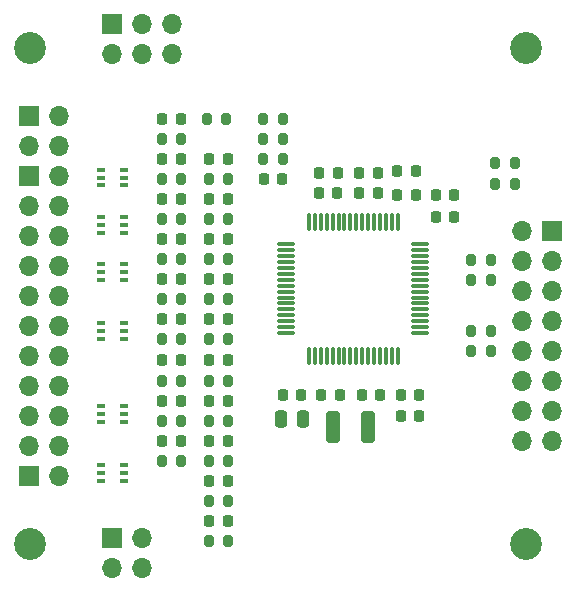
<source format=gbr>
%TF.GenerationSoftware,KiCad,Pcbnew,(6.0.0)*%
%TF.CreationDate,2022-01-16T13:19:40+00:00*%
%TF.ProjectId,OpenBCI_ESP32_INPUT,4f70656e-4243-4495-9f45-535033325f49,rev?*%
%TF.SameCoordinates,Original*%
%TF.FileFunction,Soldermask,Top*%
%TF.FilePolarity,Negative*%
%FSLAX46Y46*%
G04 Gerber Fmt 4.6, Leading zero omitted, Abs format (unit mm)*
G04 Created by KiCad (PCBNEW (6.0.0)) date 2022-01-16 13:19:40*
%MOMM*%
%LPD*%
G01*
G04 APERTURE LIST*
G04 Aperture macros list*
%AMRoundRect*
0 Rectangle with rounded corners*
0 $1 Rounding radius*
0 $2 $3 $4 $5 $6 $7 $8 $9 X,Y pos of 4 corners*
0 Add a 4 corners polygon primitive as box body*
4,1,4,$2,$3,$4,$5,$6,$7,$8,$9,$2,$3,0*
0 Add four circle primitives for the rounded corners*
1,1,$1+$1,$2,$3*
1,1,$1+$1,$4,$5*
1,1,$1+$1,$6,$7*
1,1,$1+$1,$8,$9*
0 Add four rect primitives between the rounded corners*
20,1,$1+$1,$2,$3,$4,$5,0*
20,1,$1+$1,$4,$5,$6,$7,0*
20,1,$1+$1,$6,$7,$8,$9,0*
20,1,$1+$1,$8,$9,$2,$3,0*%
G04 Aperture macros list end*
%ADD10RoundRect,0.225000X0.225000X0.250000X-0.225000X0.250000X-0.225000X-0.250000X0.225000X-0.250000X0*%
%ADD11RoundRect,0.250000X-0.325000X-1.100000X0.325000X-1.100000X0.325000X1.100000X-0.325000X1.100000X0*%
%ADD12RoundRect,0.225000X-0.225000X-0.250000X0.225000X-0.250000X0.225000X0.250000X-0.225000X0.250000X0*%
%ADD13RoundRect,0.250000X-0.250000X-0.475000X0.250000X-0.475000X0.250000X0.475000X-0.250000X0.475000X0*%
%ADD14R,1.700000X1.700000*%
%ADD15O,1.700000X1.700000*%
%ADD16RoundRect,0.200000X0.200000X0.275000X-0.200000X0.275000X-0.200000X-0.275000X0.200000X-0.275000X0*%
%ADD17R,0.650000X0.400000*%
%ADD18RoundRect,0.075000X-0.662500X-0.075000X0.662500X-0.075000X0.662500X0.075000X-0.662500X0.075000X0*%
%ADD19RoundRect,0.075000X-0.075000X-0.662500X0.075000X-0.662500X0.075000X0.662500X-0.075000X0.662500X0*%
%ADD20C,2.700000*%
%ADD21RoundRect,0.200000X-0.200000X-0.275000X0.200000X-0.275000X0.200000X0.275000X-0.200000X0.275000X0*%
G04 APERTURE END LIST*
D10*
%TO.C,C1*%
X120775000Y-87300000D03*
X119225000Y-87300000D03*
%TD*%
%TO.C,C2*%
X120775000Y-83900000D03*
X119225000Y-83900000D03*
%TD*%
%TO.C,C3*%
X120775000Y-80400000D03*
X119225000Y-80400000D03*
%TD*%
%TO.C,C4*%
X120775000Y-77000000D03*
X119225000Y-77000000D03*
%TD*%
%TO.C,C5*%
X120775000Y-73600000D03*
X119225000Y-73600000D03*
%TD*%
%TO.C,C6*%
X120775000Y-70200000D03*
X119225000Y-70200000D03*
%TD*%
%TO.C,C7*%
X120775000Y-66800000D03*
X119225000Y-66800000D03*
%TD*%
%TO.C,C8*%
X120775000Y-63400000D03*
X119225000Y-63400000D03*
%TD*%
%TO.C,C9*%
X116775000Y-87300000D03*
X115225000Y-87300000D03*
%TD*%
%TO.C,C10*%
X116775000Y-83900000D03*
X115225000Y-83900000D03*
%TD*%
%TO.C,C11*%
X116775000Y-80400000D03*
X115225000Y-80400000D03*
%TD*%
%TO.C,C12*%
X116775000Y-77000000D03*
X115225000Y-77000000D03*
%TD*%
%TO.C,C13*%
X116775000Y-73600000D03*
X115225000Y-73600000D03*
%TD*%
%TO.C,C14*%
X116775000Y-70200000D03*
X115225000Y-70200000D03*
%TD*%
%TO.C,C15*%
X116775000Y-66800000D03*
X115225000Y-66800000D03*
%TD*%
%TO.C,C16*%
X116775000Y-63400000D03*
X115225000Y-63400000D03*
%TD*%
D11*
%TO.C,C17*%
X129725000Y-86100000D03*
X132675000Y-86100000D03*
%TD*%
D12*
%TO.C,C18*%
X132125000Y-83400000D03*
X133675000Y-83400000D03*
%TD*%
%TO.C,C19*%
X131925000Y-64600000D03*
X133475000Y-64600000D03*
%TD*%
%TO.C,C20*%
X131925000Y-66300000D03*
X133475000Y-66300000D03*
%TD*%
D10*
%TO.C,C21*%
X130250000Y-83400000D03*
X128700000Y-83400000D03*
%TD*%
D13*
%TO.C,C22*%
X125250000Y-85400000D03*
X127150000Y-85400000D03*
%TD*%
D12*
%TO.C,C23*%
X125425000Y-83400000D03*
X126975000Y-83400000D03*
%TD*%
D10*
%TO.C,C24*%
X125405000Y-65100000D03*
X123855000Y-65100000D03*
%TD*%
D12*
%TO.C,C25*%
X138395000Y-68300000D03*
X139945000Y-68300000D03*
%TD*%
%TO.C,C26*%
X138400000Y-66500000D03*
X139950000Y-66500000D03*
%TD*%
%TO.C,C27*%
X135125000Y-66500000D03*
X136675000Y-66500000D03*
%TD*%
%TO.C,C28*%
X135125000Y-64400000D03*
X136675000Y-64400000D03*
%TD*%
D10*
%TO.C,C29*%
X137000000Y-83400000D03*
X135450000Y-83400000D03*
%TD*%
%TO.C,C30*%
X136975000Y-85200000D03*
X135425000Y-85200000D03*
%TD*%
D12*
%TO.C,C31*%
X128500000Y-66300000D03*
X130050000Y-66300000D03*
%TD*%
%TO.C,C32*%
X128525000Y-64600000D03*
X130075000Y-64600000D03*
%TD*%
D14*
%TO.C,J1*%
X103970000Y-59750000D03*
D15*
X106510000Y-59750000D03*
X103970000Y-62290000D03*
X106510000Y-62290000D03*
D14*
X103970000Y-64830000D03*
D15*
X106510000Y-64830000D03*
X103970000Y-67370000D03*
X106510000Y-67370000D03*
X103970000Y-69910000D03*
X106510000Y-69910000D03*
X103970000Y-72450000D03*
X106510000Y-72450000D03*
X103970000Y-74990000D03*
X106510000Y-74990000D03*
X103970000Y-77530000D03*
X106510000Y-77530000D03*
X103970000Y-80070000D03*
X106510000Y-80070000D03*
X103970000Y-82610000D03*
X106510000Y-82610000D03*
X103970000Y-85150000D03*
X106510000Y-85150000D03*
X103970000Y-87690000D03*
X106510000Y-87690000D03*
D14*
X103970000Y-90230000D03*
D15*
X106510000Y-90230000D03*
%TD*%
D16*
%TO.C,R1*%
X120825000Y-89000000D03*
X119175000Y-89000000D03*
%TD*%
%TO.C,R2*%
X120825000Y-85600000D03*
X119175000Y-85600000D03*
%TD*%
%TO.C,R3*%
X120825000Y-82200000D03*
X119175000Y-82200000D03*
%TD*%
%TO.C,R4*%
X120825000Y-78700000D03*
X119175000Y-78700000D03*
%TD*%
%TO.C,R5*%
X120825000Y-75300000D03*
X119175000Y-75300000D03*
%TD*%
%TO.C,R6*%
X120825000Y-71900000D03*
X119175000Y-71900000D03*
%TD*%
%TO.C,R7*%
X120825000Y-68500000D03*
X119175000Y-68500000D03*
%TD*%
%TO.C,R8*%
X120825000Y-65100000D03*
X119175000Y-65100000D03*
%TD*%
%TO.C,R9*%
X116825000Y-89000000D03*
X115175000Y-89000000D03*
%TD*%
%TO.C,R10*%
X116825000Y-85600000D03*
X115175000Y-85600000D03*
%TD*%
%TO.C,R11*%
X116825000Y-82200000D03*
X115175000Y-82200000D03*
%TD*%
%TO.C,R12*%
X116825000Y-78700000D03*
X115175000Y-78700000D03*
%TD*%
%TO.C,R13*%
X116825000Y-75300000D03*
X115175000Y-75300000D03*
%TD*%
%TO.C,R14*%
X116825000Y-71900000D03*
X115175000Y-71900000D03*
%TD*%
%TO.C,R15*%
X116825000Y-68500000D03*
X115175000Y-68500000D03*
%TD*%
%TO.C,R16*%
X116825000Y-65100000D03*
X115175000Y-65100000D03*
%TD*%
%TO.C,R17*%
X125425000Y-63400000D03*
X123775000Y-63400000D03*
%TD*%
D17*
%TO.C,U1*%
X110050000Y-89350000D03*
X110050000Y-90000000D03*
X110050000Y-90650000D03*
X111950000Y-90650000D03*
X111950000Y-90000000D03*
X111950000Y-89350000D03*
%TD*%
%TO.C,U2*%
X110050000Y-84350000D03*
X110050000Y-85000000D03*
X110050000Y-85650000D03*
X111950000Y-85650000D03*
X111950000Y-85000000D03*
X111950000Y-84350000D03*
%TD*%
%TO.C,U3*%
X110050000Y-77350000D03*
X110050000Y-78000000D03*
X110050000Y-78650000D03*
X111950000Y-78650000D03*
X111950000Y-78000000D03*
X111950000Y-77350000D03*
%TD*%
%TO.C,U4*%
X110050000Y-72350000D03*
X110050000Y-73000000D03*
X110050000Y-73650000D03*
X111950000Y-73650000D03*
X111950000Y-73000000D03*
X111950000Y-72350000D03*
%TD*%
%TO.C,U5*%
X110050000Y-68350000D03*
X110050000Y-69000000D03*
X110050000Y-69650000D03*
X111950000Y-69650000D03*
X111950000Y-69000000D03*
X111950000Y-68350000D03*
%TD*%
%TO.C,U6*%
X110050000Y-64350000D03*
X110050000Y-65000000D03*
X110050000Y-65650000D03*
X111950000Y-65650000D03*
X111950000Y-65000000D03*
X111950000Y-64350000D03*
%TD*%
D18*
%TO.C,U7*%
X125737500Y-70650000D03*
X125737500Y-71150000D03*
X125737500Y-71650000D03*
X125737500Y-72150000D03*
X125737500Y-72650000D03*
X125737500Y-73150000D03*
X125737500Y-73650000D03*
X125737500Y-74150000D03*
X125737500Y-74650000D03*
X125737500Y-75150000D03*
X125737500Y-75650000D03*
X125737500Y-76150000D03*
X125737500Y-76650000D03*
X125737500Y-77150000D03*
X125737500Y-77650000D03*
X125737500Y-78150000D03*
D19*
X127650000Y-80062500D03*
X128150000Y-80062500D03*
X128650000Y-80062500D03*
X129150000Y-80062500D03*
X129650000Y-80062500D03*
X130150000Y-80062500D03*
X130650000Y-80062500D03*
X131150000Y-80062500D03*
X131650000Y-80062500D03*
X132150000Y-80062500D03*
X132650000Y-80062500D03*
X133150000Y-80062500D03*
X133650000Y-80062500D03*
X134150000Y-80062500D03*
X134650000Y-80062500D03*
X135150000Y-80062500D03*
D18*
X137062500Y-78150000D03*
X137062500Y-77650000D03*
X137062500Y-77150000D03*
X137062500Y-76650000D03*
X137062500Y-76150000D03*
X137062500Y-75650000D03*
X137062500Y-75150000D03*
X137062500Y-74650000D03*
X137062500Y-74150000D03*
X137062500Y-73650000D03*
X137062500Y-73150000D03*
X137062500Y-72650000D03*
X137062500Y-72150000D03*
X137062500Y-71650000D03*
X137062500Y-71150000D03*
X137062500Y-70650000D03*
D19*
X135150000Y-68737500D03*
X134650000Y-68737500D03*
X134150000Y-68737500D03*
X133650000Y-68737500D03*
X133150000Y-68737500D03*
X132650000Y-68737500D03*
X132150000Y-68737500D03*
X131650000Y-68737500D03*
X131150000Y-68737500D03*
X130650000Y-68737500D03*
X130150000Y-68737500D03*
X129650000Y-68737500D03*
X129150000Y-68737500D03*
X128650000Y-68737500D03*
X128150000Y-68737500D03*
X127650000Y-68737500D03*
%TD*%
D14*
%TO.C,J2*%
X148200000Y-69500000D03*
D15*
X145660000Y-69500000D03*
X148200000Y-72040000D03*
X145660000Y-72040000D03*
X148200000Y-74580000D03*
X145660000Y-74580000D03*
X148200000Y-77120000D03*
X145660000Y-77120000D03*
X148200000Y-79660000D03*
X145660000Y-79660000D03*
X148200000Y-82200000D03*
X145660000Y-82200000D03*
X148200000Y-84740000D03*
X145660000Y-84740000D03*
X148200000Y-87280000D03*
X145660000Y-87280000D03*
%TD*%
D16*
%TO.C,R18*%
X143025000Y-78000000D03*
X141375000Y-78000000D03*
%TD*%
%TO.C,R19*%
X143025000Y-79700000D03*
X141375000Y-79700000D03*
%TD*%
%TO.C,R20*%
X143025000Y-72000000D03*
X141375000Y-72000000D03*
%TD*%
%TO.C,R21*%
X143025000Y-73700000D03*
X141375000Y-73700000D03*
%TD*%
D10*
%TO.C,C33*%
X116775000Y-60000000D03*
X115225000Y-60000000D03*
%TD*%
%TO.C,C34*%
X120775000Y-90700000D03*
X119225000Y-90700000D03*
%TD*%
%TO.C,C35*%
X120775000Y-94100000D03*
X119225000Y-94100000D03*
%TD*%
D16*
%TO.C,R22*%
X116825000Y-61700000D03*
X115175000Y-61700000D03*
%TD*%
%TO.C,R23*%
X120825000Y-92400000D03*
X119175000Y-92400000D03*
%TD*%
%TO.C,R24*%
X120825000Y-95800000D03*
X119175000Y-95800000D03*
%TD*%
D14*
%TO.C,J3*%
X111000000Y-52000000D03*
D15*
X111000000Y-54540000D03*
X113540000Y-52000000D03*
X113540000Y-54540000D03*
X116080000Y-52000000D03*
X116080000Y-54540000D03*
%TD*%
D14*
%TO.C,J4*%
X111000000Y-95500000D03*
D15*
X111000000Y-98040000D03*
X113540000Y-95500000D03*
X113540000Y-98040000D03*
%TD*%
D20*
%TO.C,H1*%
X104000000Y-54000000D03*
%TD*%
%TO.C,H2*%
X104000000Y-96000000D03*
%TD*%
%TO.C,H3*%
X146000000Y-54000000D03*
%TD*%
%TO.C,H4*%
X146000000Y-96000000D03*
%TD*%
D16*
%TO.C,R25*%
X125425000Y-61700000D03*
X123775000Y-61700000D03*
%TD*%
D21*
%TO.C,R26*%
X118975000Y-60000000D03*
X120625000Y-60000000D03*
%TD*%
D16*
%TO.C,R27*%
X125425000Y-60000000D03*
X123775000Y-60000000D03*
%TD*%
D21*
%TO.C,R29*%
X143425000Y-65550000D03*
X145075000Y-65550000D03*
%TD*%
%TO.C,R28*%
X143425000Y-63750000D03*
X145075000Y-63750000D03*
%TD*%
M02*

</source>
